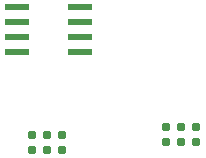
<source format=gbr>
G04 DipTrace 2.2.0.9*
%INTop.gbr*%
%MOIN*%
%ADD13C,0.031*%
%ADD14R,0.0787X0.0236*%
%FSLAX44Y44*%
%SFA1B1*%
%OFA0B0*%
G04*
G70*
G90*
G75*
G01*
%LNTop*%
%LPD*%
D13*
X750Y23750D3*
X1250D3*
X1750D3*
Y23250D3*
X1250D3*
X750D3*
X5242Y24000D3*
X5742D3*
X6242D3*
Y23500D3*
X5742D3*
X5242D3*
D14*
X250Y28000D3*
Y27500D3*
Y27000D3*
Y26500D3*
X2376D3*
Y27000D3*
Y27500D3*
Y28000D3*
M02*

</source>
